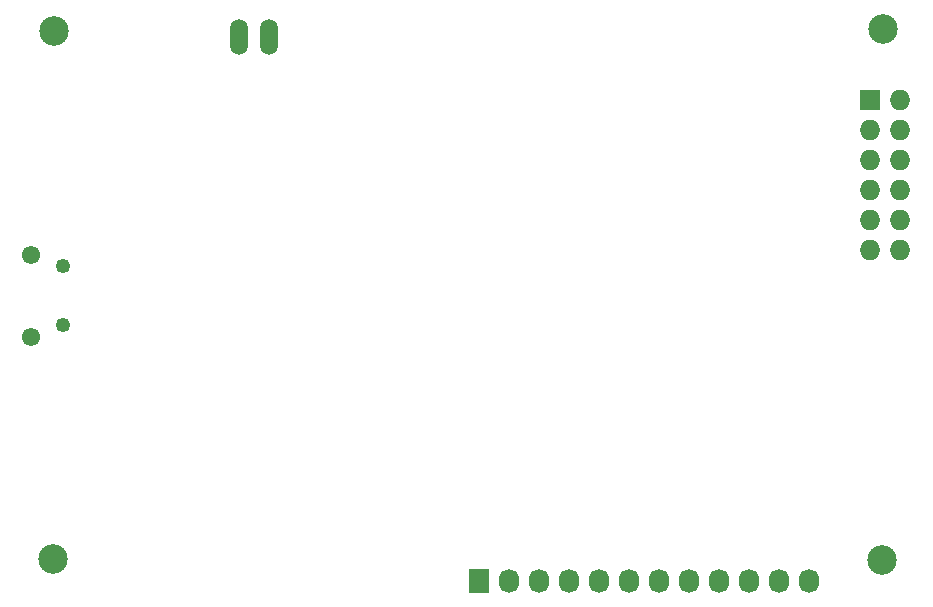
<source format=gbs>
G04 #@! TF.FileFunction,Soldermask,Bot*
%FSLAX46Y46*%
G04 Gerber Fmt 4.6, Leading zero omitted, Abs format (unit mm)*
G04 Created by KiCad (PCBNEW (2015-07-29 BZR 6016)-product) date Sat 12 Mar 2016 01:35:21 AM PST*
%MOMM*%
G01*
G04 APERTURE LIST*
%ADD10C,0.150000*%
%ADD11C,2.500000*%
%ADD12O,1.506220X3.014980*%
%ADD13C,1.250000*%
%ADD14C,1.550000*%
%ADD15R,1.727200X2.032000*%
%ADD16O,1.727200X2.032000*%
%ADD17R,1.727200X1.727200*%
%ADD18O,1.727200X1.727200*%
G04 APERTURE END LIST*
D10*
D11*
X124000000Y-39100000D03*
X123900000Y-84100000D03*
X53700000Y-84000000D03*
X53800000Y-39300000D03*
D12*
X71970000Y-39800000D03*
X69430000Y-39800000D03*
D13*
X54562540Y-59199100D03*
X54562540Y-64199100D03*
D14*
X51862540Y-58199100D03*
X51862540Y-65199100D03*
D15*
X89800000Y-85800000D03*
D16*
X92340000Y-85800000D03*
X94880000Y-85800000D03*
X97420000Y-85800000D03*
X99960000Y-85800000D03*
X102500000Y-85800000D03*
X105040000Y-85800000D03*
X107580000Y-85800000D03*
X110120000Y-85800000D03*
X112660000Y-85800000D03*
X115200000Y-85800000D03*
X117740000Y-85800000D03*
D17*
X122900000Y-45100000D03*
D18*
X125440000Y-45100000D03*
X122900000Y-47640000D03*
X125440000Y-47640000D03*
X122900000Y-50180000D03*
X125440000Y-50180000D03*
X122900000Y-52720000D03*
X125440000Y-52720000D03*
X122900000Y-55260000D03*
X125440000Y-55260000D03*
X122900000Y-57800000D03*
X125440000Y-57800000D03*
M02*

</source>
